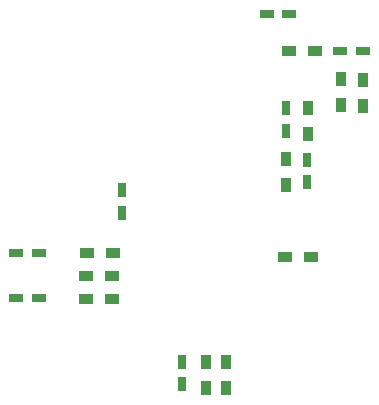
<source format=gbr>
G04 #@! TF.GenerationSoftware,KiCad,Pcbnew,(5.0.1-3-g963ef8bb5)*
G04 #@! TF.CreationDate,2018-12-13T09:38:25+09:00*
G04 #@! TF.ProjectId,guitarif,67756974617269662E6B696361645F70,rev?*
G04 #@! TF.SameCoordinates,Original*
G04 #@! TF.FileFunction,Paste,Top*
G04 #@! TF.FilePolarity,Positive*
%FSLAX46Y46*%
G04 Gerber Fmt 4.6, Leading zero omitted, Abs format (unit mm)*
G04 Created by KiCad (PCBNEW (5.0.1-3-g963ef8bb5)) date 2018 December 13, Thursday 09:38:25*
%MOMM*%
%LPD*%
G01*
G04 APERTURE LIST*
%ADD10R,1.200000X0.750000*%
%ADD11R,0.750000X1.200000*%
%ADD12R,1.200000X0.900000*%
%ADD13R,0.900000X1.200000*%
G04 APERTURE END LIST*
D10*
G04 #@! TO.C,C1*
X172650000Y-81450000D03*
X170750000Y-81450000D03*
G04 #@! TD*
G04 #@! TO.C,C2*
X200100000Y-60520000D03*
X198200000Y-60520000D03*
G04 #@! TD*
G04 #@! TO.C,C4*
X170750000Y-77630000D03*
X172650000Y-77630000D03*
G04 #@! TD*
D11*
G04 #@! TO.C,C5*
X179690000Y-72320000D03*
X179690000Y-74220000D03*
G04 #@! TD*
D10*
G04 #@! TO.C,C6*
X191950000Y-57400000D03*
X193850000Y-57400000D03*
G04 #@! TD*
D11*
G04 #@! TO.C,C8*
X193620000Y-67250000D03*
X193620000Y-65350000D03*
G04 #@! TD*
G04 #@! TO.C,C9*
X184820000Y-86810000D03*
X184820000Y-88710000D03*
G04 #@! TD*
G04 #@! TO.C,C10*
X195390000Y-69720000D03*
X195390000Y-71620000D03*
G04 #@! TD*
D12*
G04 #@! TO.C,R1*
X178860000Y-81470000D03*
X176660000Y-81470000D03*
G04 #@! TD*
D13*
G04 #@! TO.C,R2*
X200100000Y-65130000D03*
X200100000Y-62930000D03*
G04 #@! TD*
D12*
G04 #@! TO.C,R3*
X178860000Y-79590000D03*
X176660000Y-79590000D03*
G04 #@! TD*
D13*
G04 #@! TO.C,R4*
X198250000Y-62860000D03*
X198250000Y-65060000D03*
G04 #@! TD*
D12*
G04 #@! TO.C,R5*
X178920000Y-77640000D03*
X176720000Y-77640000D03*
G04 #@! TD*
G04 #@! TO.C,R6*
X195680000Y-77930000D03*
X193480000Y-77930000D03*
G04 #@! TD*
G04 #@! TO.C,R7*
X196090000Y-60530000D03*
X193890000Y-60530000D03*
G04 #@! TD*
D13*
G04 #@! TO.C,R8*
X195440000Y-65350000D03*
X195440000Y-67550000D03*
G04 #@! TD*
G04 #@! TO.C,R9*
X193620000Y-71820000D03*
X193620000Y-69620000D03*
G04 #@! TD*
G04 #@! TO.C,R10*
X186800000Y-86870000D03*
X186800000Y-89070000D03*
G04 #@! TD*
G04 #@! TO.C,R11*
X188480000Y-86820000D03*
X188480000Y-89020000D03*
G04 #@! TD*
M02*

</source>
